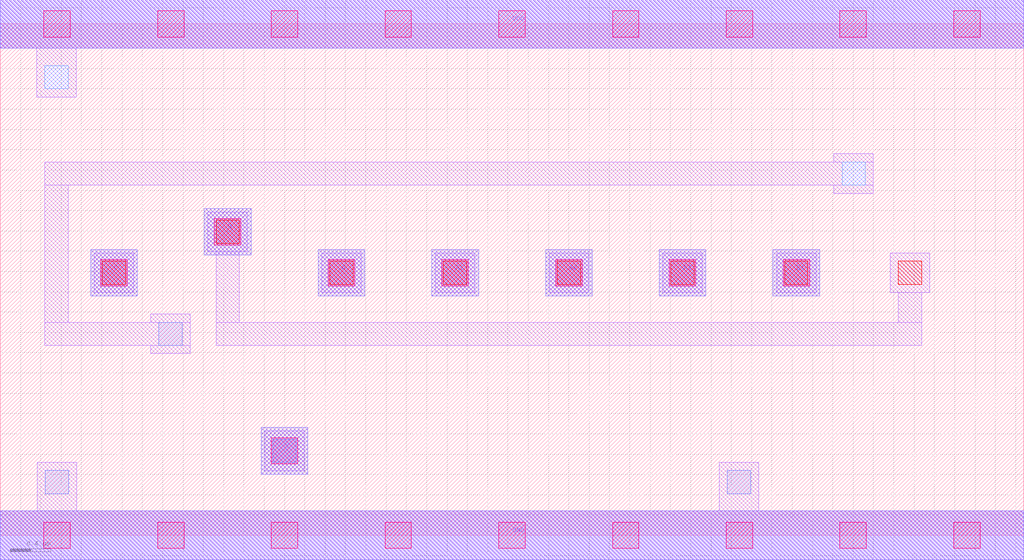
<source format=lef>
MACRO AAOI421
 CLASS CORE ;
 FOREIGN AAOI421 0 0 ;
 SIZE 10.08 BY 5.04 ;
 ORIGIN 0 0 ;
 SYMMETRY X Y R90 ;
 SITE unit ;
  PIN VDD
   DIRECTION INOUT ;
   USE POWER ;
   SHAPE ABUTMENT ;
    PORT
     CLASS CORE ;
       LAYER met1 ;
        RECT 0.00000000 4.80000000 10.08000000 5.28000000 ;
       LAYER met2 ;
        RECT 0.00000000 4.80000000 10.08000000 5.28000000 ;
    END
  END VDD

  PIN GND
   DIRECTION INOUT ;
   USE POWER ;
   SHAPE ABUTMENT ;
    PORT
     CLASS CORE ;
       LAYER met1 ;
        RECT 0.00000000 -0.24000000 10.08000000 0.24000000 ;
       LAYER met2 ;
        RECT 0.00000000 -0.24000000 10.08000000 0.24000000 ;
    END
  END GND

  PIN Y
   DIRECTION INOUT ;
   USE SIGNAL ;
   SHAPE ABUTMENT ;
    PORT
     CLASS CORE ;
       LAYER met2 ;
        RECT 2.57000000 0.60200000 3.03000000 1.06200000 ;
    END
  END Y

  PIN A
   DIRECTION INOUT ;
   USE SIGNAL ;
   SHAPE ABUTMENT ;
    PORT
     CLASS CORE ;
       LAYER met2 ;
        RECT 3.13000000 2.35700000 3.59000000 2.81700000 ;
    END
  END A

  PIN B1
   DIRECTION INOUT ;
   USE SIGNAL ;
   SHAPE ABUTMENT ;
    PORT
     CLASS CORE ;
       LAYER met2 ;
        RECT 7.61000000 2.35700000 8.07000000 2.81700000 ;
    END
  END B1

  PIN B
   DIRECTION INOUT ;
   USE SIGNAL ;
   SHAPE ABUTMENT ;
    PORT
     CLASS CORE ;
       LAYER met2 ;
        RECT 2.01000000 2.76200000 2.47000000 3.22200000 ;
    END
  END B

  PIN A2
   DIRECTION INOUT ;
   USE SIGNAL ;
   SHAPE ABUTMENT ;
    PORT
     CLASS CORE ;
       LAYER met2 ;
        RECT 5.37000000 2.35700000 5.83000000 2.81700000 ;
    END
  END A2

  PIN A1
   DIRECTION INOUT ;
   USE SIGNAL ;
   SHAPE ABUTMENT ;
    PORT
     CLASS CORE ;
       LAYER met2 ;
        RECT 4.25000000 2.35700000 4.71000000 2.81700000 ;
    END
  END A1

  PIN C
   DIRECTION INOUT ;
   USE SIGNAL ;
   SHAPE ABUTMENT ;
    PORT
     CLASS CORE ;
       LAYER met2 ;
        RECT 0.89000000 2.35700000 1.35000000 2.81700000 ;
    END
  END C

  PIN A3
   DIRECTION INOUT ;
   USE SIGNAL ;
   SHAPE ABUTMENT ;
    PORT
     CLASS CORE ;
       LAYER met2 ;
        RECT 6.49000000 2.35700000 6.95000000 2.81700000 ;
    END
  END A3

 OBS
    LAYER polycont ;
     RECT 1.00500000 2.47200000 1.23500000 2.70200000 ;
     RECT 3.24500000 2.47200000 3.47500000 2.70200000 ;
     RECT 4.36500000 2.47200000 4.59500000 2.70200000 ;
     RECT 5.48500000 2.47200000 5.71500000 2.70200000 ;
     RECT 6.60500000 2.47200000 6.83500000 2.70200000 ;
     RECT 7.72500000 2.47200000 7.95500000 2.70200000 ;
     RECT 8.84500000 2.47200000 9.07500000 2.70200000 ;
     RECT 2.12500000 2.87700000 2.35500000 3.10700000 ;

    LAYER pdiffc ;
     RECT 8.29000000 3.45000000 8.52000000 3.68000000 ;
     RECT 0.44000000 4.40000000 0.67000000 4.63000000 ;

    LAYER ndiffc ;
     RECT 0.44500000 0.41000000 0.67500000 0.64000000 ;
     RECT 7.16000000 0.41000000 7.39000000 0.64000000 ;
     RECT 2.68500000 0.71700000 2.91500000 0.94700000 ;
     RECT 1.56000000 1.87000000 1.79000000 2.10000000 ;

    LAYER met1 ;
     RECT 0.00000000 -0.24000000 10.08000000 0.24000000 ;
     RECT 0.36500000 0.24000000 0.75500000 0.72000000 ;
     RECT 7.08000000 0.24000000 7.47000000 0.72000000 ;
     RECT 2.60500000 0.63700000 2.99500000 1.02700000 ;
     RECT 0.92500000 2.39200000 1.31500000 2.78200000 ;
     RECT 3.16500000 2.39200000 3.55500000 2.78200000 ;
     RECT 4.28500000 2.39200000 4.67500000 2.78200000 ;
     RECT 5.40500000 2.39200000 5.79500000 2.78200000 ;
     RECT 6.52500000 2.39200000 6.91500000 2.78200000 ;
     RECT 7.64500000 2.39200000 8.03500000 2.78200000 ;
     RECT 2.12500000 1.87000000 9.07500000 2.10000000 ;
     RECT 8.84500000 2.10000000 9.07500000 2.39200000 ;
     RECT 8.76500000 2.39200000 9.15500000 2.78200000 ;
     RECT 2.12500000 2.10000000 2.35500000 2.79700000 ;
     RECT 2.04500000 2.79700000 2.43500000 3.18700000 ;
     RECT 1.48000000 1.79000000 1.87000000 1.87000000 ;
     RECT 0.44000000 1.87000000 1.87000000 2.10000000 ;
     RECT 1.48000000 2.10000000 1.87000000 2.18000000 ;
     RECT 0.44000000 2.10000000 0.67000000 3.45000000 ;
     RECT 8.21000000 3.37000000 8.60000000 3.45000000 ;
     RECT 0.44000000 3.45000000 8.60000000 3.68000000 ;
     RECT 8.21000000 3.68000000 8.60000000 3.76000000 ;
     RECT 0.36000000 4.32000000 0.75000000 4.80000000 ;
     RECT 0.00000000 4.80000000 10.08000000 5.28000000 ;

    LAYER via1 ;
     RECT 0.43000000 -0.13000000 0.69000000 0.13000000 ;
     RECT 1.55000000 -0.13000000 1.81000000 0.13000000 ;
     RECT 2.67000000 -0.13000000 2.93000000 0.13000000 ;
     RECT 3.79000000 -0.13000000 4.05000000 0.13000000 ;
     RECT 4.91000000 -0.13000000 5.17000000 0.13000000 ;
     RECT 6.03000000 -0.13000000 6.29000000 0.13000000 ;
     RECT 7.15000000 -0.13000000 7.41000000 0.13000000 ;
     RECT 8.27000000 -0.13000000 8.53000000 0.13000000 ;
     RECT 9.39000000 -0.13000000 9.65000000 0.13000000 ;
     RECT 2.67000000 0.70200000 2.93000000 0.96200000 ;
     RECT 0.99000000 2.45700000 1.25000000 2.71700000 ;
     RECT 3.23000000 2.45700000 3.49000000 2.71700000 ;
     RECT 4.35000000 2.45700000 4.61000000 2.71700000 ;
     RECT 5.47000000 2.45700000 5.73000000 2.71700000 ;
     RECT 6.59000000 2.45700000 6.85000000 2.71700000 ;
     RECT 7.71000000 2.45700000 7.97000000 2.71700000 ;
     RECT 2.11000000 2.86200000 2.37000000 3.12200000 ;
     RECT 0.43000000 4.91000000 0.69000000 5.17000000 ;
     RECT 1.55000000 4.91000000 1.81000000 5.17000000 ;
     RECT 2.67000000 4.91000000 2.93000000 5.17000000 ;
     RECT 3.79000000 4.91000000 4.05000000 5.17000000 ;
     RECT 4.91000000 4.91000000 5.17000000 5.17000000 ;
     RECT 6.03000000 4.91000000 6.29000000 5.17000000 ;
     RECT 7.15000000 4.91000000 7.41000000 5.17000000 ;
     RECT 8.27000000 4.91000000 8.53000000 5.17000000 ;
     RECT 9.39000000 4.91000000 9.65000000 5.17000000 ;

    LAYER met2 ;
     RECT 0.00000000 -0.24000000 10.08000000 0.24000000 ;
     RECT 2.57000000 0.60200000 3.03000000 1.06200000 ;
     RECT 0.89000000 2.35700000 1.35000000 2.81700000 ;
     RECT 3.13000000 2.35700000 3.59000000 2.81700000 ;
     RECT 4.25000000 2.35700000 4.71000000 2.81700000 ;
     RECT 5.37000000 2.35700000 5.83000000 2.81700000 ;
     RECT 6.49000000 2.35700000 6.95000000 2.81700000 ;
     RECT 7.61000000 2.35700000 8.07000000 2.81700000 ;
     RECT 2.01000000 2.76200000 2.47000000 3.22200000 ;
     RECT 0.00000000 4.80000000 10.08000000 5.28000000 ;

 END
END AAOI421

</source>
